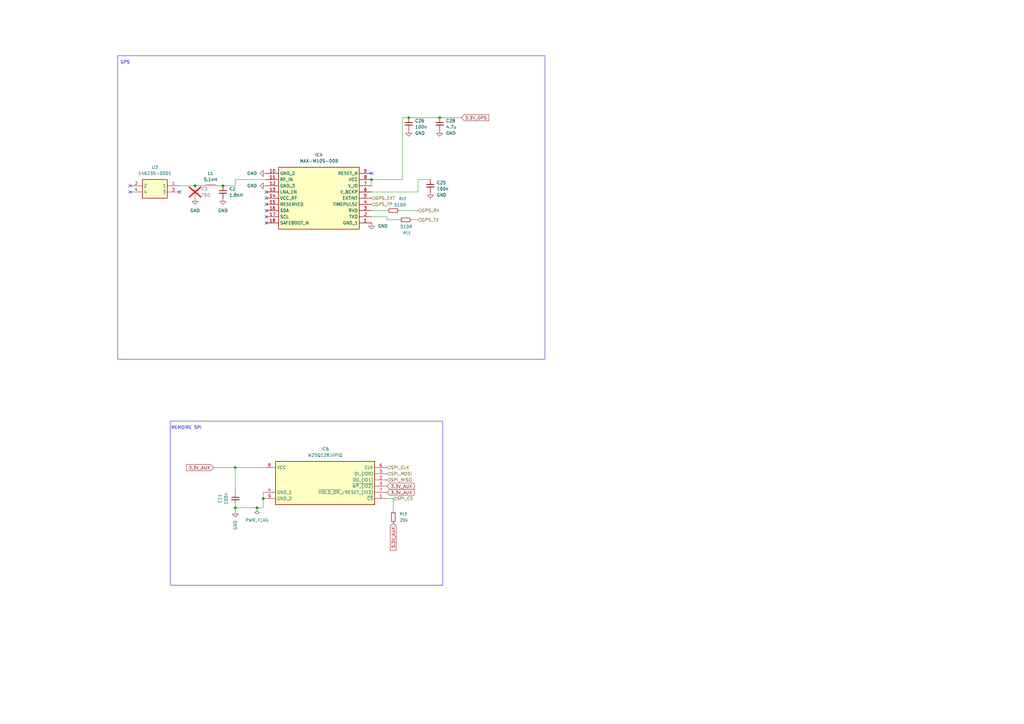
<source format=kicad_sch>
(kicad_sch (version 20250114) (generator "eeschema") (generator_version "9.0")
  (paper "A3")
  (lib_symbols
    (symbol "Device:C_Small" (pin_numbers (hide yes)) (pin_names (offset 0.254) (hide yes))
      (property "Reference" "C" (at 0.254 1.778 0))
      (property "Value" "C_Small" (at 0.254 -2.032 0))
      (symbol "C_Small_0_1"
        (polyline (pts (xy -1.524 0.508) (xy 1.524 0.508)) (stroke (width 0.3048)))
        (polyline (pts (xy -1.524 -0.508) (xy 1.524 -0.508)) (stroke (width 0.3302)))
      )
      (symbol "C_Small_1_1"
        (pin passive line (at 0 2.54 270) (length 2.032) (name "~") (number "1"))
        (pin passive line (at 0 -2.54 90) (length 2.032) (name "~") (number "2"))
      )
    )
    (symbol "Device:L_Small" (pin_numbers (hide yes)) (pin_names (offset 0.254) (hide yes))
      (property "Reference" "L" (at 0.762 1.016 0))
      (property "Value" "L_Small" (at 0.762 -1.016 0))
      (symbol "L_Small_0_1"
        (arc (start 0 2.032) (mid 0.5058 1.524) (end 0 1.016))
        (arc (start 0 1.016) (mid 0.5058 0.508) (end 0 0))
        (arc (start 0 0) (mid 0.5058 -0.508) (end 0 -1.016))
        (arc (start 0 -1.016) (mid 0.5058 -1.524) (end 0 -2.032))
      )
      (symbol "L_Small_1_1"
        (pin passive line (at 0 2.54 270) (length 0.508) (name "~") (number "1"))
        (pin passive line (at 0 -2.54 90) (length 0.508) (name "~") (number "2"))
      )
    )
    (symbol "R_Small_1" (pin_numbers (hide yes)) (pin_names (offset 0.254) (hide yes))
      (property "Reference" "R" (at 0 0 90))
      (property "Value" "R_Small" (at 1.778 0 90))
      (symbol "R_Small_1_0_1"
        (rectangle (start -0.762 1.778) (end 0.762 -1.778) (stroke (width 0.2032)))
      )
      (symbol "R_Small_1_1_1"
        (pin passive line (at 0 2.54 270) (length 0.762) (name "~") (number "1"))
        (pin passive line (at 0 -2.54 90) (length 0.762) (name "~") (number "2"))
      )
    )
    (symbol "power:GND" (power) (pin_numbers (hide yes)) (pin_names (offset 0) (hide yes))
      (property "Value" "GND" (at 0 -3.81 0))
      (symbol "GND_0_1"
        (polyline (pts (xy 0 0) (xy 0 -1.27) (xy 1.27 -1.27) (xy 0 -2.54) (xy -1.27 -1.27) (xy 0 -1.27)))
      )
      (symbol "GND_1_1"
        (pin power_in line (at 0 0 270) (length 0) (name "~") (number "1"))
      )
    )
    (symbol "power:PWR_FLAG" (power) (pin_numbers (hide yes)) (pin_names (offset 0) (hide yes))
      (property "Value" "PWR_FLAG" (at 0 3.81 0))
      (symbol "PWR_FLAG_0_0"
        (pin power_out line (at 0 0 90) (length 0) (name "~") (number "1"))
      )
      (symbol "PWR_FLAG_0_1"
        (polyline (pts (xy 0 0) (xy 0 1.27) (xy -1.016 1.905) (xy 0 2.54) (xy 1.016 1.905) (xy 0 1.27)))
      )
    )
    (symbol "samacsys2:146235-0001"
      (property "Reference" "U" (at 16.51 7.62 0))
      (property "Value" "146235-0001" (at 16.51 5.08 0))
      (symbol "146235-0001_1_1"
        (rectangle (start 5.08 2.54) (end 15.24 -5.08) (stroke (width 0.254)) (fill (type background)))
        (pin passive line (at 0 0 0) (length 5.08) (name "3") (number "3"))
        (pin passive line (at 0 -2.54 0) (length 5.08) (name "1") (number "1"))
        (pin passive line (at 20.32 0 180) (length 5.08) (name "4") (number "4"))
        (pin passive line (at 20.32 -2.54 180) (length 5.08) (name "2") (number "2"))
      )
    )
    (symbol "samacsys2:W25Q128JVPIQ"
      (property "Reference" "IC" (at 46.99 7.62 0))
      (property "Value" "W25Q128JVPIQ" (at 46.99 5.08 0))
      (symbol "W25Q128JVPIQ_1_1"
        (rectangle (start 5.08 2.54) (end 45.72 -15.24) (stroke (width 0.254)) (fill (type background)))
        (pin passive line (at 0 0 0) (length 5.08) (name "VCC") (number "8"))
        (pin passive line (at 0 -10.16 0) (length 5.08) (name "GND_1") (number "4"))
        (pin passive line (at 0 -12.7 0) (length 5.08) (name "GND_2") (number "9"))
        (pin passive line (at 50.8 0 180) (length 5.08) (name "CLK") (number "6"))
        (pin passive line (at 50.8 -2.54 180) (length 5.08) (name "DI_(IO0)") (number "5"))
        (pin passive line (at 50.8 -5.08 180) (length 5.08) (name "DO_(IO1)") (number "2"))
        (pin passive line (at 50.8 -7.62 180) (length 5.08) (name "~{WP_(IO2)}") (number "3"))
        (pin passive line (at 50.8 -10.16 180) (length 5.08) (name "~{HOLD_OR_}/RESET_(IO3)") (number "7"))
        (pin passive line (at 50.8 -12.7 180) (length 5.08) (name "~{CS}") (number "1"))
      )
    )
    (symbol "samacsys:MAX-M10S-00B"
      (property "Reference" "IC" (at 39.37 7.62 0))
      (property "Value" "MAX-M10S-00B" (at 39.37 5.08 0))
      (symbol "MAX-M10S-00B_1_1"
        (rectangle (start 5.08 2.54) (end 38.1 -22.86) (stroke (width 0.254)) (fill (type background)))
        (pin passive line (at 0 0 0) (length 5.08) (name "GND_2") (number "10"))
        (pin passive line (at 0 -2.54 0) (length 5.08) (name "RF_IN") (number "11"))
        (pin passive line (at 0 -5.08 0) (length 5.08) (name "GND_3") (number "12"))
        (pin passive line (at 0 -7.62 0) (length 5.08) (name "LNA_EN") (number "13"))
        (pin passive line (at 0 -10.16 0) (length 5.08) (name "VCC_RF") (number "14"))
        (pin passive line (at 0 -12.7 0) (length 5.08) (name "RESERVED") (number "15"))
        (pin passive line (at 0 -15.24 0) (length 5.08) (name "SDA") (number "16"))
        (pin passive line (at 0 -17.78 0) (length 5.08) (name "SCL") (number "17"))
        (pin passive line (at 0 -20.32 0) (length 5.08) (name "SAFEBOOT_N") (number "18"))
        (pin passive line (at 43.18 0 180) (length 5.08) (name "RESET_N") (number "9"))
        (pin passive line (at 43.18 -2.54 180) (length 5.08) (name "VCC") (number "8"))
        (pin passive line (at 43.18 -5.08 180) (length 5.08) (name "V_IO") (number "7"))
        (pin passive line (at 43.18 -7.62 180) (length 5.08) (name "V_BCKP") (number "6"))
        (pin passive line (at 43.18 -10.16 180) (length 5.08) (name "EXTINT") (number "5"))
        (pin passive line (at 43.18 -12.7 180) (length 5.08) (name "TIMEPULSE") (number "4"))
        (pin passive line (at 43.18 -15.24 180) (length 5.08) (name "RXD") (number "3"))
        (pin passive line (at 43.18 -17.78 180) (length 5.08) (name "TXD") (number "2"))
        (pin passive line (at 43.18 -20.32 180) (length 5.08) (name "GND_1") (number "1"))
      )
    )
  )
  (rectangle (start 69.85 172.72) (end 181.61 240.03))
  (rectangle (start 48.26 22.86) (end 223.52 147.32))
  (text "MEMOIRE SPI\n" (at 76.454 175.514 0) (effects (font (size 1.27 1.27))))
  (text "GPS" (at 51.308 25.654 0) (effects (font (size 1.27 1.27))))
  (junction (at 91.44 76.2))
  (junction (at 96.52 191.77))
  (junction (at 152.4 73.66))
  (junction (at 105.41 208.28))
  (junction (at 107.95 204.47))
  (junction (at 80.01 76.2))
  (junction (at 167.64 48.26))
  (junction (at 96.52 208.28))
  (junction (at 180.34 48.26))
  (no_connect (at 53.34 76.2))
  (no_connect (at 109.22 88.9))
  (no_connect (at 109.22 86.36))
  (no_connect (at 109.22 78.74))
  (no_connect (at 53.34 78.74))
  (no_connect (at 152.4 71.12))
  (no_connect (at 73.66 78.74))
  (no_connect (at 109.22 81.28))
  (no_connect (at 109.22 83.82))
  (no_connect (at 109.22 91.44))
  (wire (pts (xy 158.75 90.17) (xy 158.75 88.9)))
  (wire (pts (xy 87.63 191.77) (xy 96.52 191.77)))
  (wire (pts (xy 158.75 204.47) (xy 161.29 204.47)))
  (wire (pts (xy 158.75 88.9) (xy 152.4 88.9)))
  (wire (pts (xy 107.95 201.93) (xy 107.95 204.47)))
  (wire (pts (xy 107.95 208.28) (xy 107.95 204.47)))
  (wire (pts (xy 168.91 90.17) (xy 171.45 90.17)))
  (wire (pts (xy 96.52 76.2) (xy 96.52 73.66)))
  (wire (pts (xy 161.29 204.47) (xy 161.29 209.55)))
  (wire (pts (xy 96.52 191.77) (xy 96.52 201.93)))
  (wire (pts (xy 152.4 73.66) (xy 165.1 73.66)))
  (wire (pts (xy 96.52 73.66) (xy 109.22 73.66)))
  (wire (pts (xy 96.52 208.28) (xy 96.52 207.01)))
  (wire (pts (xy 152.4 73.66) (xy 152.4 76.2)))
  (wire (pts (xy 152.4 78.74) (xy 171.45 78.74)))
  (wire (pts (xy 165.1 48.26) (xy 167.64 48.26)))
  (wire (pts (xy 180.34 48.26) (xy 189.23 48.26)))
  (wire (pts (xy 96.52 208.28) (xy 105.41 208.28)))
  (wire (pts (xy 88.9 76.2) (xy 91.44 76.2)))
  (wire (pts (xy 80.01 76.2) (xy 83.82 76.2)))
  (wire (pts (xy 96.52 209.55) (xy 96.52 208.28)))
  (wire (pts (xy 158.75 86.36) (xy 152.4 86.36)))
  (wire (pts (xy 171.45 78.74) (xy 171.45 73.66)))
  (wire (pts (xy 96.52 191.77) (xy 107.95 191.77)))
  (wire (pts (xy 171.45 86.36) (xy 163.83 86.36)))
  (wire (pts (xy 167.64 48.26) (xy 180.34 48.26)))
  (wire (pts (xy 73.66 76.2) (xy 80.01 76.2)))
  (wire (pts (xy 163.83 90.17) (xy 158.75 90.17)))
  (wire (pts (xy 91.44 76.2) (xy 96.52 76.2)))
  (wire (pts (xy 165.1 73.66) (xy 165.1 48.26)))
  (wire (pts (xy 171.45 73.66) (xy 176.53 73.66)))
  (wire (pts (xy 105.41 208.28) (xy 107.95 208.28)))
  (global_label "3.3V_GPS" (shape input) (at 189.23 48.26 0) (property "Intersheetrefs" "${INTERSHEET_REFS}" (effects (hide yes))))
  (global_label "3.3V_AUX" (shape input) (at 158.75 201.93 0) (property "Intersheetrefs" "${INTERSHEET_REFS}" (effects (hide yes))))
  (global_label "3.3V_AUX" (shape input) (at 87.63 191.77 180) (property "Intersheetrefs" "${INTERSHEET_REFS}" (effects (hide yes))))
  (global_label "3.3V_AUX" (shape input) (at 158.75 199.39 0) (property "Intersheetrefs" "${INTERSHEET_REFS}" (effects (hide yes))))
  (global_label "3.3V_AUX" (shape input) (at 161.29 214.63 270) (property "Intersheetrefs" "${INTERSHEET_REFS}" (effects (hide yes))))
  (hierarchical_label "GPS_EXT" (shape input) (at 152.4 81.28 0))
  (hierarchical_label "GPS_RX" (shape input) (at 171.45 86.36 0))
  (hierarchical_label "SPI_CS" (shape input) (at 161.29 204.47 0))
  (hierarchical_label "GPS_TX" (shape input) (at 171.45 90.17 0))
  (hierarchical_label "SPI_CLK" (shape input) (at 158.75 191.77 0))
  (hierarchical_label "SPI_MOSI" (shape input) (at 158.75 194.31 0))
  (hierarchical_label "SPI_MISO" (shape input) (at 158.75 196.85 0))
  (hierarchical_label "GPS_TP" (shape input) (at 152.4 83.82 0))
  (symbol (lib_id "power:GND") (at 167.64 53.34 0) (unit 1)
    (property "Reference" "#PWR018" (effects (hide yes)))
    (property "Value" "GND" (at 170.18 54.6099 0) (effects (justify left)))
    (property "Description" "Power symbol creates a global label with name \"GND\" , ground" (effects (hide yes)))
  )
  (symbol (lib_id "Device:C_Small") (at 96.52 204.47 0) (mirror y) (unit 1)
    (property "Reference" "C11" (at 90.17 204.4763 90))
    (property "Value" "100n" (at 92.71 204.4763 90))
    (property "Footprint" "Capacitor_SMD:C_0201_0603Metric_Pad0.64x0.40mm_HandSolder" (effects (hide yes)))
    (property "Description" "Unpolarized capacitor, small symbol" (effects (hide yes)))
  )
  (symbol (lib_id "Device:C_Small") (at 176.53 76.2 0) (unit 1)
    (property "Reference" "C25" (at 179.07 74.9362 0) (effects (justify left)))
    (property "Value" "100n" (at 179.07 77.4762 0) (effects (justify left)))
    (property "Footprint" "Capacitor_SMD:C_0201_0603Metric_Pad0.64x0.40mm_HandSolder" (effects (hide yes)))
    (property "Description" "Unpolarized capacitor, small symbol" (effects (hide yes)))
  )
  (symbol (lib_id "power:GND") (at 80.01 81.28 0) (unit 1)
    (property "Reference" "#PWR024" (effects (hide yes)))
    (property "Value" "GND" (at 80.01 86.36 0))
    (property "Description" "Power symbol creates a global label with name \"GND\" , ground" (effects (hide yes)))
  )
  (symbol (lib_id "samacsys2:W25Q128JVPIQ") (at 107.95 191.77 0) (unit 1)
    (property "Reference" "IC6" (at 133.35 184.15 0))
    (property "Value" "W25Q128JVPIQ" (at 133.35 186.69 0))
    (property "Footprint" "samacsys2:SON127P600X500X80-9N-D" (effects (hide yes)))
    (property "Datasheet" "https://www.winbond.com/hq/search-resource-file.jsp?partNo=W25Q128JVPIQ&type=datasheet" (effects (hide yes)))
    (property "Description" "128M-bit Serial Flash Memory with uniform 4KB sectors and Dual/Quad SPI" (effects (hide yes)))
    (property "Height" "0.8" (effects (hide yes)))
    (property "Manufacturer_Name" "Winbond" (effects (hide yes)))
    (property "Manufacturer_Part_Number" "W25Q128JVPIQ" (effects (hide yes)))
    (property "Mouser Part Number" "454-W25Q128JVPIQ" (effects (hide yes)))
    (property "Mouser Price/Stock" "https://www.mouser.co.uk/ProductDetail/Winbond/W25Q128JVPIQ?qs=qSfuJ%252Bfl%2Fd676hAD%252B1JSfw%3D%3D" (effects (hide yes)))
    (property "Arrow Part Number" "W25Q128JVPIQ" (effects (hide yes)))
    (property "Arrow Price/Stock" "https://www.arrow.com/en/products/w25q128jvpiq/winbond-electronics?region=nac" (effects (hide yes)))
  )
  (symbol (lib_id "power:GND") (at 96.52 209.55 0) (mirror y) (unit 1)
    (property "Reference" "#PWR023" (effects (hide yes)))
    (property "Value" "GND" (at 96.5199 213.36 90) (effects (justify right)))
    (property "Description" "Power symbol creates a global label with name \"GND\" , ground" (effects (hide yes)))
  )
  (symbol (lib_id "power:GND") (at 152.4 91.44 0) (unit 1)
    (property "Reference" "#PWR062" (effects (hide yes)))
    (property "Value" "GND" (at 154.94 92.7099 0) (effects (justify left)))
    (property "Description" "Power symbol creates a global label with name \"GND\" , ground" (effects (hide yes)))
  )
  (symbol (lib_id "Device:C_Small") (at 80.01 78.74 0) (unit 1) (dnp yes)
    (property "Reference" "C3" (at 82.55 77.4762 0) (effects (justify left)))
    (property "Value" "TBD" (at 82.55 80.0162 0) (effects (justify left)))
    (property "Footprint" "Capacitor_SMD:C_0402_1005Metric" (effects (hide yes)))
    (property "Description" "Unpolarized capacitor, small symbol" (effects (hide yes)))
  )
  (symbol (lib_id "Device:L_Small") (at 86.36 76.2 90) (unit 1)
    (property "Reference" "L1" (at 86.36 71.12 90))
    (property "Value" "5.1nH" (at 86.36 73.66 90))
    (property "Footprint" "Inductor_SMD:L_0402_1005Metric" (effects (hide yes)))
    (property "Description" "Inductor, small symbol" (effects (hide yes)))
  )
  (symbol (lib_id "power:GND") (at 176.53 78.74 0) (unit 1)
    (property "Reference" "#PWR011" (effects (hide yes)))
    (property "Value" "GND" (at 179.07 80.0099 0) (effects (justify left)))
    (property "Description" "Power symbol creates a global label with name \"GND\" , ground" (effects (hide yes)))
  )
  (symbol (lib_id "Device:C_Small") (at 180.34 50.8 0) (unit 1)
    (property "Reference" "C28" (at 182.88 49.5362 0) (effects (justify left)))
    (property "Value" "4.7u" (at 182.88 52.0762 0) (effects (justify left)))
    (property "Footprint" "Capacitor_SMD:C_0402_1005Metric" (effects (hide yes)))
    (property "Description" "Unpolarized capacitor, small symbol" (effects (hide yes)))
  )
  (symbol (lib_name "R_Small_1") (lib_id "Device:R_Small") (at 161.29 86.36 90) (unit 1)
    (property "Reference" "R12" (at 165.1 81.534 90) (effects (font (size 1.016 1.016))))
    (property "Value" "510R" (at 164.084 84.074 90))
    (property "Footprint" "Resistor_SMD:R_0201_0603Metric_Pad0.64x0.40mm_HandSolder" (effects (hide yes)))
    (property "Description" "Resistor, small symbol" (effects (hide yes)))
    (property "Mouser Part Number" "603-RC0201JR-07510RL" (effects (hide yes)))
    (property "Mouser Price/Stock" "https://www.mouser.fr/ProductDetail/YAGEO/RC0201JR-07510RL?qs=Q4gDqC5t5%2FDAdrMT21SmCw%3D%3D" (effects (hide yes)))
  )
  (symbol (lib_id "power:GND") (at 180.34 53.34 0) (unit 1)
    (property "Reference" "#PWR026" (effects (hide yes)))
    (property "Value" "GND" (at 182.88 54.6099 0) (effects (justify left)))
    (property "Description" "Power symbol creates a global label with name \"GND\" , ground" (effects (hide yes)))
  )
  (symbol (lib_name "R_Small_1") (lib_id "Device:R_Small") (at 166.37 90.17 90) (unit 1)
    (property "Reference" "R11" (at 166.878 95.504 90) (effects (font (size 1.016 1.016))))
    (property "Value" "510R" (at 166.624 92.964 90))
    (property "Footprint" "Resistor_SMD:R_0201_0603Metric_Pad0.64x0.40mm_HandSolder" (effects (hide yes)))
    (property "Description" "Resistor, small symbol" (effects (hide yes)))
    (property "Mouser Part Number" "603-RC0201JR-07510RL" (effects (hide yes)))
    (property "Mouser Price/Stock" "https://www.mouser.fr/ProductDetail/YAGEO/RC0201JR-07510RL?qs=Q4gDqC5t5%2FDAdrMT21SmCw%3D%3D" (effects (hide yes)))
  )
  (symbol (lib_id "samacsys2:146235-0001") (at 73.66 78.74 180) (unit 1)
    (property "Reference" "U3" (at 63.5 68.58 0))
    (property "Value" "146235-0001" (at 63.5 71.12 0))
    (property "Footprint" "samacsys2:146235-0001" (effects (hide yes)))
    (property "Datasheet" "https://datasheet.datasheetarchive.com/originals/distributors/Datasheets_SAMA/eb9cb511b4eef0b288969999845a19d4.pdf" (effects (hide yes)))
    (property "Description" "Antennas Antenna Helix SMT GPS" (effects (hide yes)))
    (property "Manufacturer_Name" "Molex" (effects (hide yes)))
    (property "Manufacturer_Part_Number" "146235-0001" (effects (hide yes)))
    (property "Mouser Part Number" "538-146235-0001" (effects (hide yes)))
    (property "Mouser Price/Stock" "https://www.mouser.co.uk/ProductDetail/Molex/146235-0001?qs=8cKuZ6Ok2laRjbOg%252BrPGmA%3D%3D" (effects (hide yes)))
  )
  (symbol (lib_id "Device:C_Small") (at 167.64 50.8 0) (unit 1)
    (property "Reference" "C26" (at 170.18 49.5362 0) (effects (justify left)))
    (property "Value" "100n" (at 170.18 52.0762 0) (effects (justify left)))
    (property "Footprint" "Capacitor_SMD:C_0201_0603Metric_Pad0.64x0.40mm_HandSolder" (effects (hide yes)))
    (property "Description" "Unpolarized capacitor, small symbol" (effects (hide yes)))
  )
  (symbol (lib_id "Device:C_Small") (at 91.44 78.74 0) (unit 1)
    (property "Reference" "C2" (at 93.98 77.4762 0) (effects (justify left)))
    (property "Value" "1.8nH" (at 93.98 80.0162 0) (effects (justify left)))
    (property "Footprint" "Capacitor_SMD:C_0402_1005Metric" (effects (hide yes)))
    (property "Description" "Unpolarized capacitor, small symbol" (effects (hide yes)))
  )
  (symbol (lib_id "samacsys:MAX-M10S-00B") (at 109.22 71.12 0) (unit 1)
    (property "Reference" "IC4" (at 130.81 63.5 0))
    (property "Value" "MAX-M10S-00B" (at 130.81 66.04 0))
    (property "Footprint" "samacsys:MAXM10S00B" (effects (hide yes)))
    (property "Datasheet" "https://content.u-blox.com/sites/default/files/MAX-M10S_IntegrationManual_UBX-20053088.pdf" (effects (hide yes)))
    (property "Description" "GPS Modules u-blox M10 GNSS LCC module, firmware in ROM, SAW filter, LNA" (effects (hide yes)))
    (property "Height" "2.7" (effects (hide yes)))
    (property "Manufacturer_Name" "u-blox" (effects (hide yes)))
    (property "Manufacturer_Part_Number" "MAX-M10S-00B" (effects (hide yes)))
    (property "Mouser Part Number" "377-MAX-M10S-00B" (effects (hide yes)))
    (property "Mouser Price/Stock" "https://www.mouser.co.uk/ProductDetail/u-blox/MAX-M10S-00B?qs=A6eO%252BMLsxmT0PfQYPb7LLQ%3D%3D" (effects (hide yes)))
    (property "Arrow Part Number" "MAX-M10S-00B" (effects (hide yes)))
    (property "Arrow Price/Stock" "https://www.arrow.com/en/products/max-m10s-00b/u-blox?utm_currency=USD&region=nac" (effects (hide yes)))
  )
  (symbol (lib_id "power:GND") (at 91.44 81.28 0) (unit 1)
    (property "Reference" "#PWR025" (effects (hide yes)))
    (property "Value" "GND" (at 91.44 86.36 0))
    (property "Description" "Power symbol creates a global label with name \"GND\" , ground" (effects (hide yes)))
  )
  (symbol (lib_name "R_Small_1") (lib_id "Device:R_Small") (at 161.29 212.09 0) (unit 1)
    (property "Reference" "R13" (at 163.83 210.8199 0) (effects (font (size 1.016 1.016)) (justify left)))
    (property "Value" "20k" (at 163.83 213.3599 0) (effects (justify left)))
    (property "Footprint" "Resistor_SMD:R_0201_0603Metric_Pad0.64x0.40mm_HandSolder" (effects (hide yes)))
    (property "Description" "Resistor, small symbol" (effects (hide yes)))
    (property "Mouser Part Number" "603-AC0201FR-0720KL" (effects (hide yes)))
    (property "Mouser Price/Stock" "https://www.mouser.fr/ProductDetail/YAGEO/AC0201FR-0720KL?qs=NgbZBzc1CyEbaKDOC3%252BFfg%3D%3D" (effects (hide yes)))
  )
  (symbol (lib_id "power:PWR_FLAG") (at 105.41 208.28 180) (unit 1)
    (property "Reference" "#FLG02" (effects (hide yes)))
    (property "Value" "PWR_FLAG" (at 105.41 213.36 0))
    (property "Description" "Special symbol for telling ERC where power comes from" (effects (hide yes)))
  )
  (symbol (lib_id "power:GND") (at 109.22 76.2 270) (unit 1)
    (property "Reference" "#PWR061" (effects (hide yes)))
    (property "Value" "GND" (at 105.41 76.1999 90) (effects (justify right)))
    (property "Description" "Power symbol creates a global label with name \"GND\" , ground" (effects (hide yes)))
  )
  (symbol (lib_id "power:GND") (at 109.22 71.12 270) (unit 1)
    (property "Reference" "#PWR01" (effects (hide yes)))
    (property "Value" "GND" (at 105.41 71.1199 90) (effects (justify right)))
    (property "Description" "Power symbol creates a global label with name \"GND\" , ground" (effects (hide yes)))
  )
)
</source>
